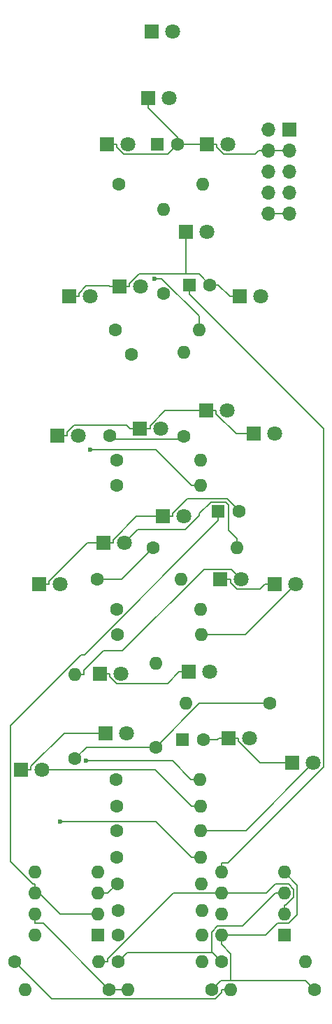
<source format=gbr>
G04 #@! TF.GenerationSoftware,KiCad,Pcbnew,8.0.6*
G04 #@! TF.CreationDate,2024-11-25T12:48:22+01:00*
G04 #@! TF.ProjectId,SS-XMAS-1,53532d58-4d41-4532-9d31-2e6b69636164,rev?*
G04 #@! TF.SameCoordinates,Original*
G04 #@! TF.FileFunction,Copper,L2,Bot*
G04 #@! TF.FilePolarity,Positive*
%FSLAX46Y46*%
G04 Gerber Fmt 4.6, Leading zero omitted, Abs format (unit mm)*
G04 Created by KiCad (PCBNEW 8.0.6) date 2024-11-25 12:48:22*
%MOMM*%
%LPD*%
G01*
G04 APERTURE LIST*
G04 Aperture macros list*
%AMHorizOval*
0 Thick line with rounded ends*
0 $1 width*
0 $2 $3 position (X,Y) of the first rounded end (center of the circle)*
0 $4 $5 position (X,Y) of the second rounded end (center of the circle)*
0 Add line between two ends*
20,1,$1,$2,$3,$4,$5,0*
0 Add two circle primitives to create the rounded ends*
1,1,$1,$2,$3*
1,1,$1,$4,$5*%
G04 Aperture macros list end*
G04 #@! TA.AperFunction,ComponentPad*
%ADD10R,1.600000X1.600000*%
G04 #@! TD*
G04 #@! TA.AperFunction,ComponentPad*
%ADD11C,1.600000*%
G04 #@! TD*
G04 #@! TA.AperFunction,ComponentPad*
%ADD12R,1.800000X1.800000*%
G04 #@! TD*
G04 #@! TA.AperFunction,ComponentPad*
%ADD13C,1.800000*%
G04 #@! TD*
G04 #@! TA.AperFunction,ComponentPad*
%ADD14O,1.600000X1.600000*%
G04 #@! TD*
G04 #@! TA.AperFunction,ComponentPad*
%ADD15HorizOval,1.600000X0.000000X0.000000X0.000000X0.000000X0*%
G04 #@! TD*
G04 #@! TA.AperFunction,ComponentPad*
%ADD16R,1.700000X1.700000*%
G04 #@! TD*
G04 #@! TA.AperFunction,ComponentPad*
%ADD17O,1.700000X1.700000*%
G04 #@! TD*
G04 #@! TA.AperFunction,ViaPad*
%ADD18C,0.600000*%
G04 #@! TD*
G04 #@! TA.AperFunction,Conductor*
%ADD19C,0.200000*%
G04 #@! TD*
G04 APERTURE END LIST*
D10*
G04 #@! TO.P,C3,1*
G04 #@! TO.N,Net-(U2-CV)*
X109840000Y-66000000D03*
D11*
G04 #@! TO.P,C3,2*
G04 #@! TO.N,/GND*
X112340000Y-66000000D03*
G04 #@! TD*
D10*
G04 #@! TO.P,C4,1*
G04 #@! TO.N,/THR1*
X109040000Y-121000000D03*
D11*
G04 #@! TO.P,C4,2*
G04 #@! TO.N,/GND*
X111540000Y-121000000D03*
G04 #@! TD*
D12*
G04 #@! TO.P,D1,1,K*
G04 #@! TO.N,/GND*
X105278100Y-35372000D03*
D13*
G04 #@! TO.P,D1,2,A*
G04 #@! TO.N,Net-(D1-A)*
X107818100Y-35372000D03*
G04 #@! TD*
D12*
G04 #@! TO.P,D18,1,K*
G04 #@! TO.N,/GND*
X99400000Y-97200000D03*
D13*
G04 #@! TO.P,D18,2,A*
G04 #@! TO.N,Net-(D18-A)*
X101940000Y-97200000D03*
G04 #@! TD*
D12*
G04 #@! TO.P,D21,1,K*
G04 #@! TO.N,/GND*
X99000000Y-113000000D03*
D13*
G04 #@! TO.P,D21,2,A*
G04 #@! TO.N,Net-(D21-A)*
X101540000Y-113000000D03*
G04 #@! TD*
D11*
G04 #@! TO.P,R9,1*
G04 #@! TO.N,/OUT0*
X101060000Y-132000000D03*
D14*
G04 #@! TO.P,R9,2*
G04 #@! TO.N,Net-(D9-A)*
X111220000Y-132000000D03*
G04 #@! TD*
D11*
G04 #@! TO.P,R11,1*
G04 #@! TO.N,/OUT0*
X101100000Y-138400000D03*
D14*
G04 #@! TO.P,R11,2*
G04 #@! TO.N,Net-(D11-A)*
X111260000Y-138400000D03*
G04 #@! TD*
D12*
G04 #@! TO.P,D16,1,K*
G04 #@! TO.N,/GND*
X103860000Y-83400000D03*
D13*
G04 #@! TO.P,D16,2,A*
G04 #@! TO.N,Net-(D16-A)*
X106400000Y-83400000D03*
G04 #@! TD*
D10*
G04 #@! TO.P,U2,1,GND*
G04 #@! TO.N,/GND*
X121340000Y-144620000D03*
D14*
G04 #@! TO.P,U2,2,TR*
G04 #@! TO.N,/THR1*
X121340000Y-142080000D03*
G04 #@! TO.P,U2,3,Q*
G04 #@! TO.N,/OUT1*
X121340000Y-139540000D03*
G04 #@! TO.P,U2,4,R*
G04 #@! TO.N,/+12V*
X121340000Y-137000000D03*
G04 #@! TO.P,U2,5,CV*
G04 #@! TO.N,Net-(U2-CV)*
X113720000Y-137000000D03*
G04 #@! TO.P,U2,6,THR*
G04 #@! TO.N,/THR1*
X113720000Y-139540000D03*
G04 #@! TO.P,U2,7,DIS*
G04 #@! TO.N,Net-(U2-DIS)*
X113720000Y-142080000D03*
G04 #@! TO.P,U2,8,VCC*
G04 #@! TO.N,/+12V*
X113720000Y-144620000D03*
G04 #@! TD*
D12*
G04 #@! TO.P,D23,1,K*
G04 #@! TO.N,/GND*
X109800000Y-112800000D03*
D13*
G04 #@! TO.P,D23,2,A*
G04 #@! TO.N,Net-(D23-A)*
X112340000Y-112800000D03*
G04 #@! TD*
D12*
G04 #@! TO.P,D5,1,K*
G04 #@! TO.N,/GND*
X115925000Y-67376000D03*
D13*
G04 #@! TO.P,D5,2,A*
G04 #@! TO.N,Net-(D5-A)*
X118465000Y-67376000D03*
G04 #@! TD*
D12*
G04 #@! TO.P,D10,1,K*
G04 #@! TO.N,/GND*
X91665000Y-102200000D03*
D13*
G04 #@! TO.P,D10,2,A*
G04 #@! TO.N,Net-(D10-A)*
X94205000Y-102200000D03*
G04 #@! TD*
D11*
G04 #@! TO.P,R3,1*
G04 #@! TO.N,/OUT0*
X101060000Y-87200000D03*
D14*
G04 #@! TO.P,R3,2*
G04 #@! TO.N,Net-(D3-A)*
X111220000Y-87200000D03*
G04 #@! TD*
D11*
G04 #@! TO.P,R18,1*
G04 #@! TO.N,/OUT1*
X105460000Y-97800000D03*
D14*
G04 #@! TO.P,R18,2*
G04 #@! TO.N,Net-(D18-A)*
X115620000Y-97800000D03*
G04 #@! TD*
D11*
G04 #@! TO.P,R1,1*
G04 #@! TO.N,/OUT0*
X101260000Y-53800000D03*
D14*
G04 #@! TO.P,R1,2*
G04 #@! TO.N,Net-(D1-A)*
X111420000Y-53800000D03*
G04 #@! TD*
D11*
G04 #@! TO.P,R10,1*
G04 #@! TO.N,/OUT0*
X101060000Y-135200000D03*
D14*
G04 #@! TO.P,R10,2*
G04 #@! TO.N,Net-(D10-A)*
X111220000Y-135200000D03*
G04 #@! TD*
D12*
G04 #@! TO.P,D13,1,K*
G04 #@! TO.N,/GND*
X104860000Y-43400000D03*
D13*
G04 #@! TO.P,D13,2,A*
G04 #@! TO.N,Net-(D13-A)*
X107400000Y-43400000D03*
G04 #@! TD*
D11*
G04 #@! TO.P,R8,1*
G04 #@! TO.N,/OUT0*
X101060000Y-129000000D03*
D14*
G04 #@! TO.P,R8,2*
G04 #@! TO.N,Net-(D8-A)*
X111220000Y-129000000D03*
G04 #@! TD*
D11*
G04 #@! TO.P,R2,1*
G04 #@! TO.N,/OUT0*
X100860000Y-71440000D03*
D14*
G04 #@! TO.P,R2,2*
G04 #@! TO.N,Net-(D2-A)*
X111020000Y-71440000D03*
G04 #@! TD*
D11*
G04 #@! TO.P,R6,1*
G04 #@! TO.N,/OUT0*
X101140000Y-108324000D03*
D14*
G04 #@! TO.P,R6,2*
G04 #@! TO.N,Net-(D6-A)*
X111300000Y-108324000D03*
G04 #@! TD*
D10*
G04 #@! TO.P,U1,1,GND*
G04 #@! TO.N,/GND*
X98740000Y-144620000D03*
D14*
G04 #@! TO.P,U1,2,TR*
G04 #@! TO.N,/THR0*
X98740000Y-142080000D03*
G04 #@! TO.P,U1,3,Q*
G04 #@! TO.N,/OUT0*
X98740000Y-139540000D03*
G04 #@! TO.P,U1,4,R*
G04 #@! TO.N,/+12V*
X98740000Y-137000000D03*
G04 #@! TO.P,U1,5,CV*
G04 #@! TO.N,Net-(U1-CV)*
X91120000Y-137000000D03*
G04 #@! TO.P,U1,6,THR*
G04 #@! TO.N,/THR0*
X91120000Y-139540000D03*
G04 #@! TO.P,U1,7,DIS*
G04 #@! TO.N,Net-(U1-DIS)*
X91120000Y-142080000D03*
G04 #@! TO.P,U1,8,VCC*
G04 #@! TO.N,/+12V*
X91120000Y-144620000D03*
G04 #@! TD*
D12*
G04 #@! TO.P,D20,1,K*
G04 #@! TO.N,/GND*
X113600000Y-101600000D03*
D13*
G04 #@! TO.P,D20,2,A*
G04 #@! TO.N,Net-(D20-A)*
X116140000Y-101600000D03*
G04 #@! TD*
D12*
G04 #@! TO.P,D7,1,K*
G04 #@! TO.N,/GND*
X93865000Y-84200000D03*
D13*
G04 #@! TO.P,D7,2,A*
G04 #@! TO.N,Net-(D7-A)*
X96405000Y-84200000D03*
G04 #@! TD*
D11*
G04 #@! TO.P,R27,1*
G04 #@! TO.N,/OUT1*
X113740000Y-147800000D03*
D14*
G04 #@! TO.P,R27,2*
G04 #@! TO.N,Net-(D23-A)*
X123900000Y-147800000D03*
G04 #@! TD*
D11*
G04 #@! TO.P,R26,1*
G04 #@! TO.N,Net-(U2-DIS)*
X88660000Y-147800000D03*
D14*
G04 #@! TO.P,R26,2*
G04 #@! TO.N,/THR1*
X98820000Y-147800000D03*
G04 #@! TD*
D11*
G04 #@! TO.P,R7,1*
G04 #@! TO.N,/OUT0*
X100980000Y-125800000D03*
D14*
G04 #@! TO.P,R7,2*
G04 #@! TO.N,Net-(D7-A)*
X111140000Y-125800000D03*
G04 #@! TD*
D10*
G04 #@! TO.P,C1,1*
G04 #@! TO.N,/THR0*
X113334900Y-93400000D03*
D11*
G04 #@! TO.P,C1,2*
G04 #@! TO.N,/GND*
X115834900Y-93400000D03*
G04 #@! TD*
D10*
G04 #@! TO.P,C2,1*
G04 #@! TO.N,Net-(U1-CV)*
X105934900Y-49000000D03*
D11*
G04 #@! TO.P,C2,2*
G04 #@! TO.N,/GND*
X108434900Y-49000000D03*
G04 #@! TD*
G04 #@! TO.P,R330,1*
G04 #@! TO.N,/OUT1*
X119620000Y-116600000D03*
D14*
G04 #@! TO.P,R330,2*
G04 #@! TO.N,Net-(D17-A)*
X109460000Y-116600000D03*
G04 #@! TD*
D12*
G04 #@! TO.P,D17,1,K*
G04 #@! TO.N,/GND*
X111860000Y-81200000D03*
D13*
G04 #@! TO.P,D17,2,A*
G04 #@! TO.N,Net-(D17-A)*
X114400000Y-81200000D03*
G04 #@! TD*
D11*
G04 #@! TO.P,R22,1*
G04 #@! TO.N,/OUT1*
X100170400Y-84213800D03*
D15*
G04 #@! TO.P,R22,2*
G04 #@! TO.N,Net-(D22-A)*
X102800002Y-74399994D03*
G04 #@! TD*
D12*
G04 #@! TO.P,D2,1,K*
G04 #@! TO.N,/GND*
X99860000Y-49000000D03*
D13*
G04 #@! TO.P,D2,2,A*
G04 #@! TO.N,Net-(D2-A)*
X102400000Y-49000000D03*
G04 #@! TD*
D11*
G04 #@! TO.P,R5,1*
G04 #@! TO.N,/OUT0*
X101060000Y-105200000D03*
D14*
G04 #@! TO.P,R5,2*
G04 #@! TO.N,Net-(D5-A)*
X111220000Y-105200000D03*
G04 #@! TD*
D12*
G04 #@! TO.P,D14,1,K*
G04 #@! TO.N,/GND*
X101400000Y-66200000D03*
D13*
G04 #@! TO.P,D14,2,A*
G04 #@! TO.N,Net-(D14-A)*
X103940000Y-66200000D03*
G04 #@! TD*
D11*
G04 #@! TO.P,R4,1*
G04 #@! TO.N,/OUT0*
X101060000Y-90248000D03*
D14*
G04 #@! TO.P,R4,2*
G04 #@! TO.N,Net-(D4-A)*
X111220000Y-90248000D03*
G04 #@! TD*
D12*
G04 #@! TO.P,D9,1,K*
G04 #@! TO.N,/GND*
X122325000Y-123800000D03*
D13*
G04 #@! TO.P,D9,2,A*
G04 #@! TO.N,Net-(D9-A)*
X124865000Y-123800000D03*
G04 #@! TD*
D11*
G04 #@! TO.P,R19,1*
G04 #@! TO.N,/OUT1*
X98640000Y-101600000D03*
D14*
G04 #@! TO.P,R19,2*
G04 #@! TO.N,Net-(D19-A)*
X108800000Y-101600000D03*
G04 #@! TD*
D11*
G04 #@! TO.P,R15,1*
G04 #@! TO.N,/OUT1*
X109200000Y-84360000D03*
D14*
G04 #@! TO.P,R15,2*
G04 #@! TO.N,Net-(D15-A)*
X109200000Y-74200000D03*
G04 #@! TD*
D12*
G04 #@! TO.P,D4,1,K*
G04 #@! TO.N,/GND*
X95260000Y-67400000D03*
D13*
G04 #@! TO.P,D4,2,A*
G04 #@! TO.N,Net-(D4-A)*
X97800000Y-67400000D03*
G04 #@! TD*
D11*
G04 #@! TO.P,R20,1*
G04 #@! TO.N,/OUT1*
X96000000Y-123280000D03*
D14*
G04 #@! TO.P,R20,2*
G04 #@! TO.N,Net-(D20-A)*
X96000000Y-113120000D03*
G04 #@! TD*
D12*
G04 #@! TO.P,D12,1,K*
G04 #@! TO.N,/GND*
X114600000Y-120800000D03*
D13*
G04 #@! TO.P,D12,2,A*
G04 #@! TO.N,Net-(D12-A)*
X117140000Y-120800000D03*
G04 #@! TD*
D12*
G04 #@! TO.P,D6,1,K*
G04 #@! TO.N,/GND*
X120200000Y-102200000D03*
D13*
G04 #@! TO.P,D6,2,A*
G04 #@! TO.N,Net-(D6-A)*
X122740000Y-102200000D03*
G04 #@! TD*
D11*
G04 #@! TO.P,R12,1*
G04 #@! TO.N,/OUT1*
X101180000Y-141600000D03*
D14*
G04 #@! TO.P,R12,2*
G04 #@! TO.N,Net-(D12-A)*
X111340000Y-141600000D03*
G04 #@! TD*
D11*
G04 #@! TO.P,R14,1*
G04 #@! TO.N,/OUT1*
X101180000Y-147800000D03*
D14*
G04 #@! TO.P,R14,2*
G04 #@! TO.N,Net-(D14-A)*
X111340000Y-147800000D03*
G04 #@! TD*
D12*
G04 #@! TO.P,D11,1,K*
G04 #@! TO.N,/GND*
X117600000Y-84000000D03*
D13*
G04 #@! TO.P,D11,2,A*
G04 #@! TO.N,Net-(D11-A)*
X120140000Y-84000000D03*
G04 #@! TD*
D11*
G04 #@! TO.P,R16,1*
G04 #@! TO.N,/OUT1*
X105740000Y-121880000D03*
D14*
G04 #@! TO.P,R16,2*
G04 #@! TO.N,Net-(D16-A)*
X105740000Y-111720000D03*
G04 #@! TD*
D11*
G04 #@! TO.P,R21,1*
G04 #@! TO.N,/OUT1*
X106740000Y-67080000D03*
D14*
G04 #@! TO.P,R21,2*
G04 #@! TO.N,Net-(D21-A)*
X106740000Y-56920000D03*
G04 #@! TD*
D12*
G04 #@! TO.P,D8,1,K*
G04 #@! TO.N,/GND*
X89460000Y-124600000D03*
D13*
G04 #@! TO.P,D8,2,A*
G04 #@! TO.N,Net-(D8-A)*
X92000000Y-124600000D03*
G04 #@! TD*
D11*
G04 #@! TO.P,R13,1*
G04 #@! TO.N,/OUT1*
X101180000Y-144600000D03*
D14*
G04 #@! TO.P,R13,2*
G04 #@! TO.N,Net-(D13-A)*
X111340000Y-144600000D03*
G04 #@! TD*
D12*
G04 #@! TO.P,D15,1,K*
G04 #@! TO.N,/GND*
X109400000Y-59600000D03*
D13*
G04 #@! TO.P,D15,2,A*
G04 #@! TO.N,Net-(D15-A)*
X111940000Y-59600000D03*
G04 #@! TD*
D12*
G04 #@! TO.P,D19,1,K*
G04 #@! TO.N,/GND*
X106600000Y-94000000D03*
D13*
G04 #@! TO.P,D19,2,A*
G04 #@! TO.N,Net-(D19-A)*
X109140000Y-94000000D03*
G04 #@! TD*
D12*
G04 #@! TO.P,D22,1,K*
G04 #@! TO.N,/GND*
X99660000Y-120200000D03*
D13*
G04 #@! TO.P,D22,2,A*
G04 #@! TO.N,Net-(D22-A)*
X102200000Y-120200000D03*
G04 #@! TD*
D12*
G04 #@! TO.P,D3,1,K*
G04 #@! TO.N,/GND*
X111925000Y-49000000D03*
D13*
G04 #@! TO.P,D3,2,A*
G04 #@! TO.N,Net-(D3-A)*
X114465000Y-49000000D03*
G04 #@! TD*
D11*
G04 #@! TO.P,R23,1*
G04 #@! TO.N,Net-(U1-DIS)*
X100140000Y-151200000D03*
D14*
G04 #@! TO.P,R23,2*
G04 #@! TO.N,/THR0*
X89980000Y-151200000D03*
G04 #@! TD*
D11*
G04 #@! TO.P,R25,1*
G04 #@! TO.N,/+12V*
X125020000Y-151200000D03*
D14*
G04 #@! TO.P,R25,2*
G04 #@! TO.N,Net-(U2-DIS)*
X114860000Y-151200000D03*
G04 #@! TD*
D11*
G04 #@! TO.P,R24,1*
G04 #@! TO.N,/+12V*
X112540000Y-151200000D03*
D14*
G04 #@! TO.P,R24,2*
G04 #@! TO.N,Net-(U1-DIS)*
X102380000Y-151200000D03*
G04 #@! TD*
D16*
G04 #@! TO.P,J1,1,+12V*
G04 #@! TO.N,/+12V*
X121940000Y-47200000D03*
D17*
G04 #@! TO.P,J1,2,+12V*
X119400000Y-47200000D03*
G04 #@! TO.P,J1,3,GND*
G04 #@! TO.N,/GND*
X121940000Y-49740000D03*
G04 #@! TO.P,J1,4,GND*
X119400000Y-49740000D03*
G04 #@! TO.P,J1,5,GND*
X121940000Y-52280000D03*
G04 #@! TO.P,J1,6,GND*
X119400000Y-52280000D03*
G04 #@! TO.P,J1,7,GND*
X121940000Y-54820000D03*
G04 #@! TO.P,J1,8,GND*
X119400000Y-54820000D03*
G04 #@! TO.P,J1,9,-12V*
G04 #@! TO.N,/-12V*
X121940000Y-57360000D03*
G04 #@! TO.P,J1,10,-12V*
X119400000Y-57360000D03*
G04 #@! TD*
D18*
G04 #@! TO.N,Net-(D2-A)*
X105579100Y-65270200D03*
G04 #@! TO.N,Net-(D4-A)*
X97800000Y-85912400D03*
G04 #@! TO.N,Net-(D7-A)*
X97321900Y-123538400D03*
G04 #@! TO.N,Net-(D10-A)*
X94205000Y-130874200D03*
G04 #@! TD*
D19*
G04 #@! TO.N,/OUT0*
X98740000Y-139540000D02*
X99960000Y-139540000D01*
X99960000Y-139540000D02*
X101100000Y-138400000D01*
G04 #@! TO.N,/+12V*
X120474200Y-143181700D02*
X119035900Y-144620000D01*
X113720000Y-144620000D02*
X113720000Y-145721700D01*
X121340000Y-137000000D02*
X122918100Y-138578100D01*
X119035900Y-144620000D02*
X113720000Y-144620000D01*
X114868200Y-150073000D02*
X123893000Y-150073000D01*
X122918100Y-138578100D02*
X122918100Y-142117900D01*
X121854300Y-143181700D02*
X120474200Y-143181700D01*
X112540000Y-151200000D02*
X113667000Y-150073000D01*
X113667000Y-150073000D02*
X114868200Y-150073000D01*
X114868200Y-146869900D02*
X113720000Y-145721700D01*
X123893000Y-150073000D02*
X125020000Y-151200000D01*
X122918100Y-142117900D02*
X121854300Y-143181700D01*
X114868200Y-150073000D02*
X114868200Y-146869900D01*
G04 #@! TO.N,/THR0*
X97108700Y-110727900D02*
X96750700Y-110727900D01*
X91120000Y-138989100D02*
X91120000Y-138438300D01*
X113334900Y-94501700D02*
X97108700Y-110727900D01*
X90891700Y-138438300D02*
X91120000Y-138438300D01*
X88209300Y-119269300D02*
X88209300Y-135755900D01*
X91120000Y-138989100D02*
X94210900Y-142080000D01*
X96750700Y-110727900D02*
X88209300Y-119269300D01*
X91120000Y-139540000D02*
X91120000Y-138989100D01*
X94210900Y-142080000D02*
X98740000Y-142080000D01*
X88209300Y-135755900D02*
X90891700Y-138438300D01*
X113334900Y-93400000D02*
X113334900Y-94501700D01*
G04 #@! TO.N,/GND*
X90661700Y-124224500D02*
X94686200Y-120200000D01*
X117600000Y-84000000D02*
X115486200Y-84000000D01*
X109400000Y-64668500D02*
X103757700Y-64668500D01*
X99000000Y-113000000D02*
X100201700Y-113000000D01*
X101400000Y-66200000D02*
X102601700Y-66200000D01*
X106886200Y-81200000D02*
X105061700Y-83024500D01*
X100201700Y-113375500D02*
X101034000Y-114207800D01*
X91665000Y-102200000D02*
X92866700Y-102200000D01*
X101061700Y-49375500D02*
X101890700Y-50204500D01*
X100601700Y-96824500D02*
X103426200Y-94000000D01*
X89460000Y-124600000D02*
X90661700Y-124600000D01*
X113968300Y-50217100D02*
X117771200Y-50217100D01*
X103860000Y-83400000D02*
X102658300Y-83400000D01*
X102239800Y-82981500D02*
X102658300Y-83400000D01*
X111540000Y-121000000D02*
X113198300Y-121000000D01*
X118396600Y-102801700D02*
X115627800Y-102801700D01*
X115834900Y-93258000D02*
X114435300Y-91858400D01*
X108434900Y-49000000D02*
X108434900Y-48176600D01*
X101890700Y-50204500D02*
X107230400Y-50204500D01*
X108434900Y-48176600D02*
X104860000Y-44601700D01*
X97491200Y-97200000D02*
X99400000Y-97200000D01*
X113347300Y-66000000D02*
X114723300Y-67376000D01*
X112460900Y-81200000D02*
X111860000Y-81200000D01*
X112460900Y-81200000D02*
X113061700Y-81200000D01*
X100601700Y-97200000D02*
X100601700Y-96824500D01*
X108434900Y-49000000D02*
X111925000Y-49000000D01*
X103757700Y-64668500D02*
X102601700Y-65824500D01*
X101400000Y-66200000D02*
X100198300Y-66200000D01*
X99860000Y-49000000D02*
X101061700Y-49000000D01*
X113126700Y-49000000D02*
X113126700Y-49375500D01*
X109400000Y-64668500D02*
X111008500Y-64668500D01*
X113600000Y-101600000D02*
X114801700Y-101600000D01*
X92866700Y-102200000D02*
X92866700Y-101824500D01*
X109567800Y-91858400D02*
X107801700Y-93624500D01*
X106600000Y-94000000D02*
X107801700Y-94000000D01*
X99400000Y-97200000D02*
X100601700Y-97200000D01*
X115486200Y-84000000D02*
X113061700Y-81575500D01*
X115627800Y-102801700D02*
X114801700Y-101975600D01*
X101034000Y-114207800D02*
X107190500Y-114207800D01*
X101061700Y-49000000D02*
X101061700Y-49375500D01*
X109400000Y-59600000D02*
X109400000Y-64668500D01*
X111008500Y-64668500D02*
X112340000Y-66000000D01*
X103426200Y-94000000D02*
X106600000Y-94000000D01*
X96461700Y-67400000D02*
X96461700Y-67024500D01*
X90661700Y-124600000D02*
X90661700Y-124224500D01*
X114600000Y-120800000D02*
X115801700Y-120800000D01*
X120200000Y-102200000D02*
X118998300Y-102200000D01*
X95066700Y-83824500D02*
X95909700Y-82981500D01*
X113126700Y-49375500D02*
X113968300Y-50217100D01*
X115925000Y-67376000D02*
X114723300Y-67376000D01*
X93865000Y-84200000D02*
X95066700Y-84200000D01*
X111925000Y-49000000D02*
X113126700Y-49000000D01*
X100201700Y-113000000D02*
X100201700Y-113375500D01*
X115801700Y-121175500D02*
X115801700Y-120800000D01*
X95066700Y-84200000D02*
X95066700Y-83824500D01*
X92866700Y-101824500D02*
X97491200Y-97200000D01*
X122325000Y-123800000D02*
X118426200Y-123800000D01*
X97345400Y-66140800D02*
X100139100Y-66140800D01*
X117771200Y-50217100D02*
X118248300Y-49740000D01*
X112340000Y-66000000D02*
X113347300Y-66000000D01*
X121940000Y-49740000D02*
X119400000Y-49740000D01*
X114435300Y-91858400D02*
X109567800Y-91858400D01*
X103860000Y-83400000D02*
X105061700Y-83400000D01*
X94686200Y-120200000D02*
X99660000Y-120200000D01*
X105061700Y-83024500D02*
X105061700Y-83400000D01*
X113198300Y-121000000D02*
X113398300Y-120800000D01*
X118426200Y-123800000D02*
X115801700Y-121175500D01*
X96461700Y-67024500D02*
X97345400Y-66140800D01*
X114801700Y-101975600D02*
X114801700Y-101600000D01*
X107801700Y-93624500D02*
X107801700Y-94000000D01*
X100139100Y-66140800D02*
X100198300Y-66200000D01*
X118998300Y-102200000D02*
X118396600Y-102801700D01*
X95260000Y-67400000D02*
X96461700Y-67400000D01*
X107190500Y-114207800D02*
X108598300Y-112800000D01*
X113061700Y-81575500D02*
X113061700Y-81200000D01*
X95909700Y-82981500D02*
X102239800Y-82981500D01*
X107230400Y-50204500D02*
X108434900Y-49000000D01*
X119400000Y-49740000D02*
X118248300Y-49740000D01*
X104860000Y-43400000D02*
X104860000Y-44601700D01*
X114600000Y-120800000D02*
X113398300Y-120800000D01*
X109800000Y-112800000D02*
X108598300Y-112800000D01*
X115834900Y-93400000D02*
X115834900Y-93258000D01*
X102601700Y-65824500D02*
X102601700Y-66200000D01*
X111860000Y-81200000D02*
X106886200Y-81200000D01*
G04 #@! TO.N,Net-(U1-DIS)*
X91120000Y-142080000D02*
X91120000Y-143181700D01*
X102380000Y-151200000D02*
X100140000Y-151200000D01*
X100140000Y-151200000D02*
X92121700Y-143181700D01*
X92121700Y-143181700D02*
X91120000Y-143181700D01*
G04 #@! TO.N,/THR1*
X121340000Y-142080000D02*
X121340000Y-140978300D01*
X121835000Y-138426300D02*
X122485200Y-139076500D01*
X98820000Y-147800000D02*
X99921700Y-147800000D01*
X99921700Y-147490200D02*
X107871900Y-139540000D01*
X122485200Y-139076500D02*
X122485200Y-140061400D01*
X120260000Y-138426300D02*
X121835000Y-138426300D01*
X122485200Y-140061400D02*
X121568300Y-140978300D01*
X99921700Y-147800000D02*
X99921700Y-147490200D01*
X121568300Y-140978300D02*
X121340000Y-140978300D01*
X113720000Y-139540000D02*
X119146300Y-139540000D01*
X119146300Y-139540000D02*
X120260000Y-138426300D01*
X107871900Y-139540000D02*
X113720000Y-139540000D01*
G04 #@! TO.N,Net-(U2-DIS)*
X88660000Y-147800000D02*
X93167800Y-152307800D01*
X114860000Y-151200000D02*
X113758300Y-151200000D01*
X112992900Y-152307800D02*
X113758300Y-151542400D01*
X93167800Y-152307800D02*
X112992900Y-152307800D01*
X113758300Y-151542400D02*
X113758300Y-151200000D01*
G04 #@! TO.N,Net-(U2-CV)*
X109840000Y-67101700D02*
X126116600Y-83378300D01*
X126116600Y-83378300D02*
X126116600Y-124280800D01*
X114499100Y-135898300D02*
X113720000Y-135898300D01*
X126116600Y-124280800D02*
X114499100Y-135898300D01*
X113720000Y-137000000D02*
X113720000Y-135898300D01*
X109840000Y-66000000D02*
X109840000Y-67101700D01*
G04 #@! TO.N,/OUT1*
X121340000Y-139540000D02*
X120238300Y-139540000D01*
X112532600Y-144244600D02*
X113258900Y-143518300D01*
X102296400Y-146683600D02*
X112532600Y-146683600D01*
X112623600Y-146683600D02*
X113740000Y-147800000D01*
X96000000Y-123280000D02*
X97400000Y-121880000D01*
X108922700Y-84637300D02*
X109200000Y-84360000D01*
X101180000Y-147800000D02*
X102296400Y-146683600D01*
X105460000Y-97800000D02*
X101660000Y-101600000D01*
X113258900Y-143518300D02*
X116260000Y-143518300D01*
X111020000Y-116600000D02*
X105740000Y-121880000D01*
X116260000Y-143518300D02*
X120238300Y-139540000D01*
X119620000Y-116600000D02*
X111020000Y-116600000D01*
X101660000Y-101600000D02*
X98640000Y-101600000D01*
X100593900Y-84637300D02*
X108922700Y-84637300D01*
X100170400Y-84213800D02*
X100593900Y-84637300D01*
X112532600Y-146683600D02*
X112623600Y-146683600D01*
X97400000Y-121880000D02*
X105740000Y-121880000D01*
X112532600Y-146683600D02*
X112532600Y-144244600D01*
G04 #@! TO.N,Net-(D2-A)*
X106497900Y-65270200D02*
X111020000Y-69792300D01*
X105579100Y-65270200D02*
X106497900Y-65270200D01*
X111020000Y-69792300D02*
X111020000Y-71440000D01*
G04 #@! TO.N,Net-(D4-A)*
X111220000Y-90248000D02*
X110118300Y-90248000D01*
X105782700Y-85912400D02*
X97800000Y-85912400D01*
X110118300Y-90248000D02*
X105782700Y-85912400D01*
G04 #@! TO.N,Net-(D6-A)*
X116616000Y-108324000D02*
X111300000Y-108324000D01*
X122740000Y-102200000D02*
X116616000Y-108324000D01*
G04 #@! TO.N,Net-(D7-A)*
X111140000Y-125800000D02*
X110038300Y-125800000D01*
X97321900Y-123538400D02*
X107776700Y-123538400D01*
X107776700Y-123538400D02*
X110038300Y-125800000D01*
G04 #@! TO.N,Net-(D8-A)*
X111220000Y-129000000D02*
X110118300Y-129000000D01*
X92000000Y-124600000D02*
X105718300Y-124600000D01*
X105718300Y-124600000D02*
X110118300Y-129000000D01*
G04 #@! TO.N,Net-(D9-A)*
X116665000Y-132000000D02*
X111220000Y-132000000D01*
X124865000Y-123800000D02*
X116665000Y-132000000D01*
G04 #@! TO.N,Net-(D10-A)*
X111220000Y-135200000D02*
X110118300Y-135200000D01*
X110118300Y-135200000D02*
X105792500Y-130874200D01*
X105792500Y-130874200D02*
X94205000Y-130874200D01*
G04 #@! TO.N,Net-(D18-A)*
X114612400Y-92649000D02*
X114223500Y-92260100D01*
X103590000Y-95550000D02*
X101940000Y-97200000D01*
X114223500Y-92260100D02*
X112448100Y-92260100D01*
X112448100Y-92260100D02*
X111052500Y-93655700D01*
X114612400Y-95690700D02*
X114612400Y-92649000D01*
X111052500Y-93849100D02*
X109351600Y-95550000D01*
X109351600Y-95550000D02*
X103590000Y-95550000D01*
X115620000Y-97800000D02*
X115620000Y-96698300D01*
X111052500Y-93655700D02*
X111052500Y-93849100D01*
X115620000Y-96698300D02*
X114612400Y-95690700D01*
G04 #@! TO.N,Net-(D20-A)*
X97101700Y-112570000D02*
X97101700Y-113120000D01*
X101722800Y-110246200D02*
X99425500Y-110246200D01*
X96000000Y-113120000D02*
X97101700Y-113120000D01*
X116140000Y-101600000D02*
X114921000Y-100381000D01*
X114921000Y-100381000D02*
X111588000Y-100381000D01*
X99425500Y-110246200D02*
X97101700Y-112570000D01*
X111588000Y-100381000D02*
X101722800Y-110246200D01*
G04 #@! TO.N,/-12V*
X121940000Y-57360000D02*
X119400000Y-57360000D01*
G04 #@! TD*
M02*

</source>
